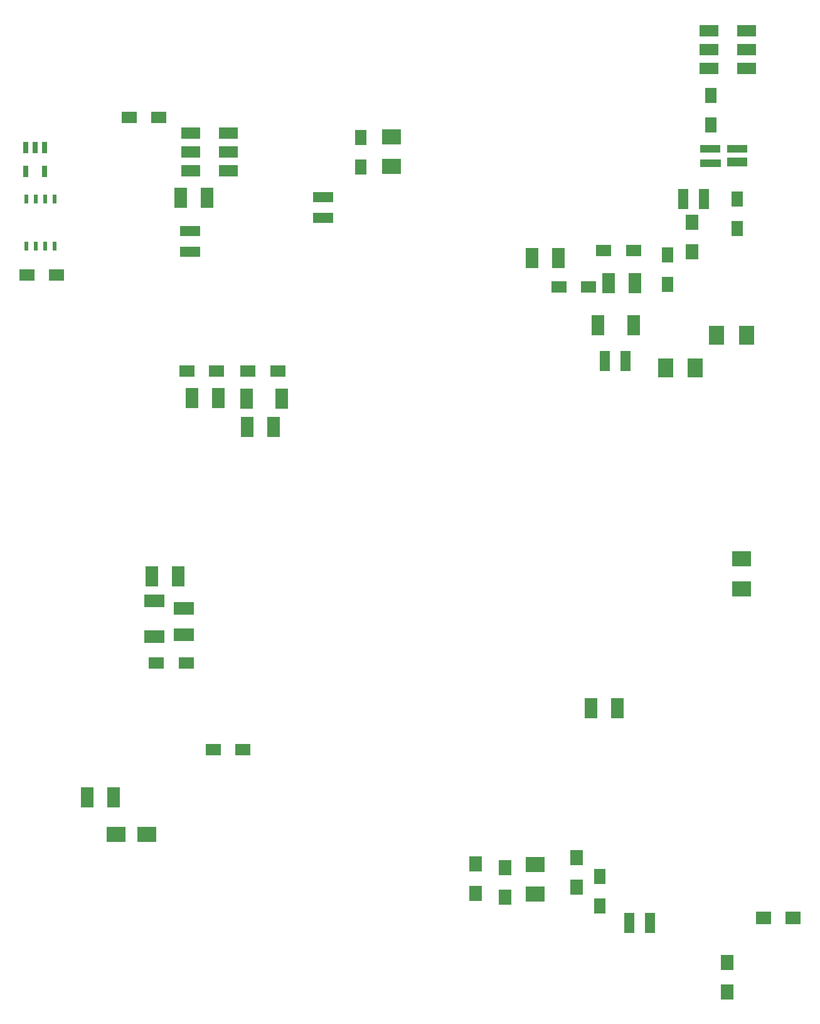
<source format=gbr>
G04 #@! TF.FileFunction,Paste,Top*
%FSLAX46Y46*%
G04 Gerber Fmt 4.6, Leading zero omitted, Abs format (unit mm)*
G04 Created by KiCad (PCBNEW 4.0.1-3.201512221401+6198~38~ubuntu15.10.1-stable) date Tue 04 Oct 2016 03:44:24 PM PDT*
%MOMM*%
G01*
G04 APERTURE LIST*
%ADD10C,0.100000*%
%ADD11R,2.000000X1.600000*%
%ADD12R,2.500000X2.000000*%
%ADD13R,1.778000X2.794000*%
%ADD14R,1.800860X2.700020*%
%ADD15R,1.700000X2.000000*%
%ADD16R,1.600000X2.000000*%
%ADD17R,2.000000X2.500000*%
%ADD18R,2.799080X1.198880*%
%ADD19R,2.799080X1.000760*%
%ADD20R,2.540000X1.650000*%
%ADD21R,2.794000X1.778000*%
%ADD22R,2.651760X2.029460*%
%ADD23R,0.760000X1.650000*%
%ADD24R,0.508000X1.143000*%
%ADD25R,2.700020X1.800860*%
%ADD26R,2.700000X1.400000*%
%ADD27R,1.400000X2.700000*%
%ADD28R,2.000000X1.700000*%
G04 APERTURE END LIST*
D10*
D11*
X81185000Y-127665000D03*
X77185000Y-127665000D03*
D12*
X120655000Y-147170000D03*
X120655000Y-143170000D03*
D13*
X120205000Y-61400000D03*
X123761000Y-61400000D03*
D14*
X129129400Y-70450000D03*
X133930000Y-70450000D03*
D11*
X123880000Y-65300000D03*
X127880000Y-65300000D03*
D15*
X141855000Y-60590000D03*
X141855000Y-56590000D03*
D11*
X129930000Y-60400000D03*
X133930000Y-60400000D03*
D13*
X130599000Y-64775000D03*
X134155000Y-64775000D03*
D16*
X138535000Y-60930000D03*
X138535000Y-64930000D03*
D17*
X145155000Y-71845000D03*
X149155000Y-71845000D03*
D18*
X147925000Y-48424580D03*
D19*
X147925000Y-46705000D03*
X144323280Y-46705000D03*
D10*
G36*
X145722820Y-49105300D02*
X142923740Y-49105300D01*
X142923740Y-48104540D01*
X145722820Y-48104540D01*
X145722820Y-49105300D01*
X145722820Y-49105300D01*
G37*
D16*
X147925000Y-53455000D03*
X147925000Y-57455000D03*
X144335000Y-39425000D03*
X144335000Y-43425000D03*
D12*
X101250000Y-45055000D03*
X101250000Y-49055000D03*
D16*
X97100000Y-45155000D03*
X97100000Y-49155000D03*
D11*
X65840000Y-42455000D03*
X69840000Y-42455000D03*
D13*
X72795000Y-53235000D03*
X76351000Y-53235000D03*
D11*
X56075000Y-63680000D03*
X52075000Y-63680000D03*
D20*
X74205000Y-44560000D03*
X79285000Y-44560000D03*
X74205000Y-47100000D03*
X74205000Y-49640000D03*
X79285000Y-49640000D03*
X79285000Y-47100000D03*
D11*
X69545000Y-115990000D03*
X73545000Y-115990000D03*
D13*
X68904000Y-104310000D03*
X72460000Y-104310000D03*
D14*
X81684400Y-80400000D03*
X86485000Y-80400000D03*
D13*
X81759000Y-84150000D03*
X85315000Y-84150000D03*
X77870000Y-80300000D03*
X74314000Y-80300000D03*
X131766000Y-122065000D03*
X128210000Y-122065000D03*
D15*
X116560000Y-147565000D03*
X116560000Y-143565000D03*
X112625000Y-147090000D03*
X112625000Y-143090000D03*
D11*
X77670000Y-76655000D03*
X73670000Y-76655000D03*
X81925000Y-76655000D03*
X85925000Y-76655000D03*
D16*
X129380000Y-148760000D03*
X129380000Y-144760000D03*
D15*
X126270000Y-146225000D03*
X126270000Y-142225000D03*
D21*
X73265000Y-112155000D03*
X73265000Y-108599000D03*
D12*
X148550000Y-101990000D03*
X148550000Y-105990000D03*
D17*
X138255000Y-76170000D03*
X142255000Y-76170000D03*
D13*
X63781000Y-134105000D03*
X60225000Y-134105000D03*
D22*
X64115000Y-139085000D03*
X68285680Y-139085000D03*
D23*
X51880000Y-49685000D03*
X54420000Y-49685000D03*
X51880000Y-46510000D03*
X53150000Y-46510000D03*
X54420000Y-46510000D03*
D24*
X55780000Y-59770000D03*
X54510000Y-59770000D03*
X53240000Y-59770000D03*
X51970000Y-59770000D03*
X51970000Y-53420000D03*
X53240000Y-53420000D03*
X54510000Y-53420000D03*
X55780000Y-53420000D03*
D25*
X69235000Y-112450000D03*
X69235000Y-107649400D03*
D26*
X92060000Y-53198760D03*
X92060000Y-55998760D03*
D27*
X140623760Y-53455000D03*
X143423760Y-53455000D03*
D26*
X74070000Y-57773760D03*
X74070000Y-60573760D03*
D27*
X130055000Y-75290000D03*
X132855000Y-75290000D03*
X133343760Y-151055000D03*
X136143760Y-151055000D03*
D28*
X155455000Y-150385000D03*
X151455000Y-150385000D03*
D15*
X146580000Y-160400000D03*
X146580000Y-156400000D03*
D20*
X149200000Y-35785000D03*
X144120000Y-35785000D03*
X149200000Y-33245000D03*
X149200000Y-30705000D03*
X144120000Y-30705000D03*
X144120000Y-33245000D03*
M02*

</source>
